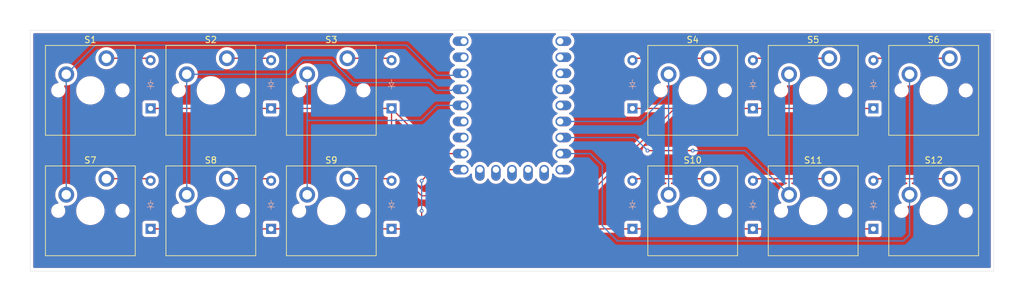
<source format=kicad_pcb>
(kicad_pcb (version 20240108) (generator "pcbnew") (generator_version "8.0")
  (layers (0 "F.Cu" signal) (31 "B.Cu" signal) (34 "B.Paste" user) (35 "F.Paste" user) (36 "B.SilkS" user "B.Silkscreen") (37 "F.SilkS" user "F.Silkscreen") (38 "B.Mask" user) (39 "F.Mask" user) (44 "Edge.Cuts" user))
  (net 0 "")
  (net 1 "Row 0")
  (net 2 "Net-(D1-A)")
  (net 3 "Net-(D2-A)")
  (net 4 "Net-(D3-A)")
  (net 5 "Net-(D4-A)")
  (net 6 "Net-(D5-A)")
  (net 7 "Net-(D6-A)")
  (net 8 "Row 1")
  (net 9 "Net-(D7-A)")
  (net 10 "Net-(D8-A)")
  (net 11 "Net-(D9-A)")
  (net 12 "Net-(D10-A)")
  (net 13 "Net-(D11-A)")
  (net 14 "Net-(D12-A)")
  (net 15 "Col 0")
  (net 16 "Col 1")
  (net 17 "Col 2")
  (net 18 "Col 3")
  (net 19 "Col 4")
  (net 20 "Col 5")
  (footprint "ScottoKeebs_MX:MX_PCB_1.00u" (layer "F.Cu") (at 209.55 95.25)
    (property "Reference" "S12" (at 0 -8 0) (layer "F.SilkS"))
    (property "Value" "Keyswitch")
    (fp_line (start -7.1 -7.1) (end -7.1 7.1) (stroke (width 0.12)) (layer "F.SilkS"))
    (fp_line (start -7.1 7.1) (end 7.1 7.1) (stroke (width 0.12)) (layer "F.SilkS"))
    (fp_line (start 7.1 -7.1) (end -7.1 -7.1) (stroke (width 0.12)) (layer "F.SilkS"))
    (fp_line (start 7.1 7.1) (end 7.1 -7.1) (stroke (width 0.12)) (layer "F.SilkS"))
    (pad "" np_thru_hole circle (at -5.08 0) (size 1.75 1.75) (drill 1.75) (layers "*.Cu" "*.Mask"))
    (pad "" np_thru_hole circle (at 0 0) (size 4 4) (drill 4) (layers "*.Cu" "*.Mask"))
    (pad "" np_thru_hole circle (at 5.08 0) (size 1.75 1.75) (drill 1.75) (layers "*.Cu" "*.Mask"))
    (pad "1" thru_hole circle (at -3.81 -2.54) (size 2.5 2.5) (drill 1.5) (layers "*.Cu" "*.Mask") (net 20 "Col 5"))
    (pad "2" thru_hole circle (at 2.54 -5.08) (size 2.5 2.5) (drill 1.5) (layers "*.Cu" "*.Mask") (net 14 "Net-(D12-A)"))
  )
  (footprint "ScottoKeebs_MX:MX_PCB_1.00u" (layer "F.Cu") (at 76.2 95.25)
    (property "Reference" "S7" (at 0 -8 0) (layer "F.SilkS"))
    (property "Value" "Keyswitch")
    (fp_line (start -7.1 -7.1) (end -7.1 7.1) (stroke (width 0.12)) (layer "F.SilkS"))
    (fp_line (start -7.1 7.1) (end 7.1 7.1) (stroke (width 0.12)) (layer "F.SilkS"))
    (fp_line (start 7.1 -7.1) (end -7.1 -7.1) (stroke (width 0.12)) (layer "F.SilkS"))
    (fp_line (start 7.1 7.1) (end 7.1 -7.1) (stroke (width 0.12)) (layer "F.SilkS"))
    (pad "" np_thru_hole circle (at -5.08 0) (size 1.75 1.75) (drill 1.75) (layers "*.Cu" "*.Mask"))
    (pad "" np_thru_hole circle (at 0 0) (size 4 4) (drill 4) (layers "*.Cu" "*.Mask"))
    (pad "" np_thru_hole circle (at 5.08 0) (size 1.75 1.75) (drill 1.75) (layers "*.Cu" "*.Mask"))
    (pad "1" thru_hole circle (at -3.81 -2.54) (size 2.5 2.5) (drill 1.5) (layers "*.Cu" "*.Mask") (net 15 "Col 0"))
    (pad "2" thru_hole circle (at 2.54 -5.08) (size 2.5 2.5) (drill 1.5) (layers "*.Cu" "*.Mask") (net 9 "Net-(D7-A)"))
  )
  (footprint "ScottoKeebs_MX:MX_PCB_1.00u" (layer "F.Cu") (at 190.5 76.2)
    (property "Reference" "S5" (at 0 -8 0) (layer "F.SilkS"))
    (property "Value" "Keyswitch")
    (fp_line (start -7.1 -7.1) (end -7.1 7.1) (stroke (width 0.12)) (layer "F.SilkS"))
    (fp_line (start -7.1 7.1) (end 7.1 7.1) (stroke (width 0.12)) (layer "F.SilkS"))
    (fp_line (start 7.1 -7.1) (end -7.1 -7.1) (stroke (width 0.12)) (layer "F.SilkS"))
    (fp_line (start 7.1 7.1) (end 7.1 -7.1) (stroke (width 0.12)) (layer "F.SilkS"))
    (pad "" np_thru_hole circle (at -5.08 0) (size 1.75 1.75) (drill 1.75) (layers "*.Cu" "*.Mask"))
    (pad "" np_thru_hole circle (at 0 0) (size 4 4) (drill 4) (layers "*.Cu" "*.Mask"))
    (pad "" np_thru_hole circle (at 5.08 0) (size 1.75 1.75) (drill 1.75) (layers "*.Cu" "*.Mask"))
    (pad "1" thru_hole circle (at -3.81 -2.54) (size 2.5 2.5) (drill 1.5) (layers "*.Cu" "*.Mask") (net 19 "Col 4"))
    (pad "2" thru_hole circle (at 2.54 -5.08) (size 2.5 2.5) (drill 1.5) (layers "*.Cu" "*.Mask") (net 6 "Net-(D5-A)"))
  )
  (footprint "ScottoKeebs_MX:MX_PCB_1.00u" (layer "F.Cu") (at 209.55 76.2)
    (property "Reference" "S6" (at 0 -8 0) (layer "F.SilkS"))
    (property "Value" "Keyswitch")
    (fp_line (start -7.1 -7.1) (end -7.1 7.1) (stroke (width 0.12)) (layer "F.SilkS"))
    (fp_line (start -7.1 7.1) (end 7.1 7.1) (stroke (width 0.12)) (layer "F.SilkS"))
    (fp_line (start 7.1 -7.1) (end -7.1 -7.1) (stroke (width 0.12)) (layer "F.SilkS"))
    (fp_line (start 7.1 7.1) (end 7.1 -7.1) (stroke (width 0.12)) (layer "F.SilkS"))
    (pad "" np_thru_hole circle (at -5.08 0) (size 1.75 1.75) (drill 1.75) (layers "*.Cu" "*.Mask"))
    (pad "" np_thru_hole circle (at 0 0) (size 4 4) (drill 4) (layers "*.Cu" "*.Mask"))
    (pad "" np_thru_hole circle (at 5.08 0) (size 1.75 1.75) (drill 1.75) (layers "*.Cu" "*.Mask"))
    (pad "1" thru_hole circle (at -3.81 -2.54) (size 2.5 2.5) (drill 1.5) (layers "*.Cu" "*.Mask") (net 20 "Col 5"))
    (pad "2" thru_hole circle (at 2.54 -5.08) (size 2.5 2.5) (drill 1.5) (layers "*.Cu" "*.Mask") (net 7 "Net-(D6-A)"))
  )
  (footprint "ScottoKeebs_MX:MX_PCB_1.00u" (layer "F.Cu") (at 95.25 95.25)
    (property "Reference" "S8" (at 0 -8 0) (layer "F.SilkS"))
    (property "Value" "Keyswitch")
    (fp_line (start -7.1 -7.1) (end -7.1 7.1) (stroke (width 0.12)) (layer "F.SilkS"))
    (fp_line (start -7.1 7.1) (end 7.1 7.1) (stroke (width 0.12)) (layer "F.SilkS"))
    (fp_line (start 7.1 -7.1) (end -7.1 -7.1) (stroke (width 0.12)) (layer "F.SilkS"))
    (fp_line (start 7.1 7.1) (end 7.1 -7.1) (stroke (width 0.12)) (layer "F.SilkS"))
    (pad "" np_thru_hole circle (at -5.08 0) (size 1.75 1.75) (drill 1.75) (layers "*.Cu" "*.Mask"))
    (pad "" np_thru_hole circle (at 0 0) (size 4 4) (drill 4) (layers "*.Cu" "*.Mask"))
    (pad "" np_thru_hole circle (at 5.08 0) (size 1.75 1.75) (drill 1.75) (layers "*.Cu" "*.Mask"))
    (pad "1" thru_hole circle (at -3.81 -2.54) (size 2.5 2.5) (drill 1.5) (layers "*.Cu" "*.Mask") (net 16 "Col 1"))
    (pad "2" thru_hole circle (at 2.54 -5.08) (size 2.5 2.5) (drill 1.5) (layers "*.Cu" "*.Mask") (net 10 "Net-(D8-A)"))
  )
  (footprint "ScottoKeebs_MX:MX_PCB_1.00u" (layer "F.Cu") (at 76.2 76.2)
    (property "Reference" "S1" (at 0 -8 0) (layer "F.SilkS"))
    (property "Value" "Keyswitch")
    (fp_line (start -7.1 -7.1) (end -7.1 7.1) (stroke (width 0.12)) (layer "F.SilkS"))
    (fp_line (start -7.1 7.1) (end 7.1 7.1) (stroke (width 0.12)) (layer "F.SilkS"))
    (fp_line (start 7.1 -7.1) (end -7.1 -7.1) (stroke (width 0.12)) (layer "F.SilkS"))
    (fp_line (start 7.1 7.1) (end 7.1 -7.1) (stroke (width 0.12)) (layer "F.SilkS"))
    (pad "" np_thru_hole circle (at -5.08 0) (size 1.75 1.75) (drill 1.75) (layers "*.Cu" "*.Mask"))
    (pad "" np_thru_hole circle (at 0 0) (size 4 4) (drill 4) (layers "*.Cu" "*.Mask"))
    (pad "" np_thru_hole circle (at 5.08 0) (size 1.75 1.75) (drill 1.75) (layers "*.Cu" "*.Mask"))
    (pad "1" thru_hole circle (at -3.81 -2.54) (size 2.5 2.5) (drill 1.5) (layers "*.Cu" "*.Mask") (net 15 "Col 0"))
    (pad "2" thru_hole circle (at 2.54 -5.08) (size 2.5 2.5) (drill 1.5) (layers "*.Cu" "*.Mask") (net 2 "Net-(D1-A)"))
  )
  (footprint "ScottoKeebs_MX:MX_PCB_1.00u" (layer "F.Cu") (at 171.45 76.2)
    (property "Reference" "S4" (at 0 -8 0) (layer "F.SilkS"))
    (property "Value" "Keyswitch")
    (fp_line (start -7.1 -7.1) (end -7.1 7.1) (stroke (width 0.12)) (layer "F.SilkS"))
    (fp_line (start -7.1 7.1) (end 7.1 7.1) (stroke (width 0.12)) (layer "F.SilkS"))
    (fp_line (start 7.1 -7.1) (end -7.1 -7.1) (stroke (width 0.12)) (layer "F.SilkS"))
    (fp_line (start 7.1 7.1) (end 7.1 -7.1) (stroke (width 0.12)) (layer "F.SilkS"))
    (pad "" np_thru_hole circle (at -5.08 0) (size 1.75 1.75) (drill 1.75) (layers "*.Cu" "*.Mask"))
    (pad "" np_thru_hole circle (at 0 0) (size 4 4) (drill 4) (layers "*.Cu" "*.Mask"))
    (pad "" np_thru_hole circle (at 5.08 0) (size 1.75 1.75) (drill 1.75) (layers "*.Cu" "*.Mask"))
    (pad "1" thru_hole circle (at -3.81 -2.54) (size 2.5 2.5) (drill 1.5) (layers "*.Cu" "*.Mask") (net 18 "Col 3"))
    (pad "2" thru_hole circle (at 2.54 -5.08) (size 2.5 2.5) (drill 1.5) (layers "*.Cu" "*.Mask") (net 5 "Net-(D4-A)"))
  )
  (footprint "ScottoKeebs_MX:MX_PCB_1.00u" (layer "F.Cu") (at 114.3 95.25)
    (property "Reference" "S9" (at 0 -8 0) (layer "F.SilkS"))
    (property "Value" "Keyswitch")
    (fp_line (start -7.1 -7.1) (end -7.1 7.1) (stroke (width 0.12)) (layer "F.SilkS"))
    (fp_line (start -7.1 7.1) (end 7.1 7.1) (stroke (width 0.12)) (layer "F.SilkS"))
    (fp_line (start 7.1 -7.1) (end -7.1 -7.1) (stroke (width 0.12)) (layer "F.SilkS"))
    (fp_line (start 7.1 7.1) (end 7.1 -7.1) (stroke (width 0.12)) (layer "F.SilkS"))
    (pad "" np_thru_hole circle (at -5.08 0) (size 1.75 1.75) (drill 1.75) (layers "*.Cu" "*.Mask"))
    (pad "" np_thru_hole circle (at 0 0) (size 4 4) (drill 4) (layers "*.Cu" "*.Mask"))
    (pad "" np_thru_hole circle (at 5.08 0) (size 1.75 1.75) (drill 1.75) (layers "*.Cu" "*.Mask"))
    (pad "1" thru_hole circle (at -3.81 -2.54) (size 2.5 2.5) (drill 1.5) (layers "*.Cu" "*.Mask") (net 17 "Col 2"))
    (pad "2" thru_hole circle (at 2.54 -5.08) (size 2.5 2.5) (drill 1.5) (layers "*.Cu" "*.Mask") (net 11 "Net-(D9-A)"))
  )
  (footprint "ScottoKeebs_MX:MX_PCB_1.00u" (layer "F.Cu") (at 95.25 76.2)
    (property "Reference" "S2" (at 0 -8 0) (layer "F.SilkS"))
    (property "Value" "Keyswitch")
    (fp_line (start -7.1 -7.1) (end -7.1 7.1) (stroke (width 0.12)) (layer "F.SilkS"))
    (fp_line (start -7.1 7.1) (end 7.1 7.1) (stroke (width 0.12)) (layer "F.SilkS"))
    (fp_line (start 7.1 -7.1) (end -7.1 -7.1) (stroke (width 0.12)) (layer "F.SilkS"))
    (fp_line (start 7.1 7.1) (end 7.1 -7.1) (stroke (width 0.12)) (layer "F.SilkS"))
    (pad "" np_thru_hole circle (at -5.08 0) (size 1.75 1.75) (drill 1.75) (layers "*.Cu" "*.Mask"))
    (pad "" np_thru_hole circle (at 0 0) (size 4 4) (drill 4) (layers "*.Cu" "*.Mask"))
    (pad "" np_thru_hole circle (at 5.08 0) (size 1.75 1.75) (drill 1.75) (layers "*.Cu" "*.Mask"))
    (pad "1" thru_hole circle (at -3.81 -2.54) (size 2.5 2.5) (drill 1.5) (layers "*.Cu" "*.Mask") (net 16 "Col 1"))
    (pad "2" thru_hole circle (at 2.54 -5.08) (size 2.5 2.5) (drill 1.5) (layers "*.Cu" "*.Mask") (net 3 "Net-(D2-A)"))
  )
  (footprint "ScottoKeebs_MX:MX_PCB_1.00u" (layer "F.Cu") (at 171.45 95.25)
    (property "Reference" "S10" (at 0 -8 0) (layer "F.SilkS"))
    (property "Value" "Keyswitch")
    (fp_line (start -7.1 -7.1) (end -7.1 7.1) (stroke (width 0.12)) (layer "F.SilkS"))
    (fp_line (start -7.1 7.1) (end 7.1 7.1) (stroke (width 0.12)) (layer "F.SilkS"))
    (fp_line (start 7.1 -7.1) (end -7.1 -7.1) (stroke (width 0.12)) (layer "F.SilkS"))
    (fp_line (start 7.1 7.1) (end 7.1 -7.1) (stroke (width 0.12)) (layer "F.SilkS"))
    (pad "" np_thru_hole circle (at -5.08 0) (size 1.75 1.75) (drill 1.75) (layers "*.Cu" "*.Mask"))
    (pad "" np_thru_hole circle (at 0 0) (size 4 4) (drill 4) (layers "*.Cu" "*.Mask"))
    (pad "" np_thru_hole circle (at 5.08 0) (size 1.75 1.75) (drill 1.75) (layers "*.Cu" "*.Mask"))
    (pad "1" thru_hole circle (at -3.81 -2.54) (size 2.5 2.5) (drill 1.5) (layers "*.Cu" "*.Mask") (net 18 "Col 3"))
    (pad "2" thru_hole circle (at 2.54 -5.08) (size 2.5 2.5) (drill 1.5) (layers "*.Cu" "*.Mask") (net 12 "Net-(D10-A)"))
  )
  (footprint "ScottoKeebs_MX:MX_PCB_1.00u" (layer "F.Cu") (at 190.5 95.25)
    (property "Reference" "S11" (at 0 -8 0) (layer "F.SilkS"))
    (property "Value" "Keyswitch")
    (fp_line (start -7.1 -7.1) (end -7.1 7.1) (stroke (width 0.12)) (layer "F.SilkS"))
    (fp_line (start -7.1 7.1) (end 7.1 7.1) (stroke (width 0.12)) (layer "F.SilkS"))
    (fp_line (start 7.1 -7.1) (end -7.1 -7.1) (stroke (width 0.12)) (layer "F.SilkS"))
    (fp_line (start 7.1 7.1) (end 7.1 -7.1) (stroke (width 0.12)) (layer "F.SilkS"))
    (pad "" np_thru_hole circle (at -5.08 0) (size 1.75 1.75) (drill 1.75) (layers "*.Cu" "*.Mask"))
    (pad "" np_thru_hole circle (at 0 0) (size 4 4) (drill 4) (layers "*.Cu" "*.Mask"))
    (pad "" np_thru_hole circle (at 5.08 0) (size 1.75 1.75) (drill 1.75) (layers "*.Cu" "*.Mask"))
    (pad "1" thru_hole circle (at -3.81 -2.54) (size 2.5 2.5) (drill 1.5) (layers "*.Cu" "*.Mask") (net 19 "Col 4"))
    (pad "2" thru_hole circle (at 2.54 -5.08) (size 2.5 2.5) (drill 1.5) (layers "*.Cu" "*.Mask") (net 13 "Net-(D11-A)"))
  )
  (footprint "ScottoKeebs_MX:MX_PCB_1.00u" (layer "F.Cu") (at 114.3 76.2)
    (property "Reference" "S3" (at 0 -8 0) (layer "F.SilkS"))
    (property "Value" "Keyswitch")
    (fp_line (start -7.1 -7.1) (end -7.1 7.1) (stroke (width 0.12)) (layer "F.SilkS"))
    (fp_line (start -7.1 7.1) (end 7.1 7.1) (stroke (width 0.12)) (layer "F.SilkS"))
    (fp_line (start 7.1 -7.1) (end -7.1 -7.1) (stroke (width 0.12)) (layer "F.SilkS"))
    (fp_line (start 7.1 7.1) (end 7.1 -7.1) (stroke (width 0.12)) (layer "F.SilkS"))
    (pad "" np_thru_hole circle (at -5.08 0) (size 1.75 1.75) (drill 1.75) (layers "*.Cu" "*.Mask"))
    (pad "" np_thru_hole circle (at 0 0) (size 4 4) (drill 4) (layers "*.Cu" "*.Mask"))
    (pad "" np_thru_hole circle (at 5.08 0) (size 1.75 1.75) (drill 1.75) (layers "*.Cu" "*.Mask"))
    (pad "1" thru_hole circle (at -3.81 -2.54) (size 2.5 2.5) (drill 1.5) (layers "*.Cu" "*.Mask") (net 17 "Col 2"))
    (pad "2" thru_hole circle (at 2.54 -5.08) (size 2.5 2.5) (drill 1.5) (layers "*.Cu" "*.Mask") (net 4 "Net-(D3-A)"))
  )
  (footprint "ScottoKeebs_Components:Diode_DO-35" (layer "B.Cu") (at 200.025 79.0575 90)
    (property "Reference" "D6" (hide yes))
    (property "Value" "Diode" (hide yes))
    (fp_line (start 3.46 -0.55) (end 3.46 0.55) (stroke (width 0.1)) (layer "B.SilkS"))
    (fp_line (start 4.06 -0.4) (end 4.06 0.4) (stroke (width 0.1)) (layer "B.SilkS"))
    (fp_line (start 4.56 0) (end 4.06 0) (stroke (width 0.1)) (layer "B.SilkS"))
    (fp_line (start 3.46 0) (end 4.06 -0.4) (stroke (width 0.1)) (layer "B.SilkS"))
    (fp_line (start 3.46 0) (end 3.06 0) (stroke (width 0.1)) (layer "B.SilkS"))
    (fp_line (start 4.06 0.4) (end 3.46 0) (stroke (width 0.1)) (layer "B.SilkS"))
    (pad "1" thru_hole rect (at 0 0 90) (size 1.6 1.6) (drill 0.8) (layers "*.Cu" "*.Mask") (net 1 "Row 0"))
    (pad "2" thru_hole oval (at 7.62 0 90) (size 1.6 1.6) (drill 0.8) (layers "*.Cu" "*.Mask") (net 7 "Net-(D6-A)"))
  )
  (footprint "ScottoKeebs_Components:Diode_DO-35" (layer "B.Cu") (at 200.025 98.1075 90)
    (property "Reference" "D12" (hide yes))
    (property "Value" "Diode" (hide yes))
    (fp_line (start 3.46 -0.55) (end 3.46 0.55) (stroke (width 0.1)) (layer "B.SilkS"))
    (fp_line (start 4.06 -0.4) (end 4.06 0.4) (stroke (width 0.1)) (layer "B.SilkS"))
    (fp_line (start 4.56 0) (end 4.06 0) (stroke (width 0.1)) (layer "B.SilkS"))
    (fp_line (start 3.46 0) (end 4.06 -0.4) (stroke (width 0.1)) (layer "B.SilkS"))
    (fp_line (start 3.46 0) (end 3.06 0) (stroke (width 0.1)) (layer "B.SilkS"))
    (fp_line (start 4.06 0.4) (end 3.46 0) (stroke (width 0.1)) (layer "B.SilkS"))
    (pad "1" thru_hole rect (at 0 0 90) (size 1.6 1.6) (drill 0.8) (layers "*.Cu" "*.Mask") (net 8 "Row 1"))
    (pad "2" thru_hole oval (at 7.62 0 90) (size 1.6 1.6) (drill 0.8) (layers "*.Cu" "*.Mask") (net 14 "Net-(D12-A)"))
  )
  (footprint "ScottoKeebs_Components:Diode_DO-35" (layer "B.Cu") (at 85.725 98.1075 90)
    (property "Reference" "D7" (hide yes))
    (property "Value" "Diode" (hide yes))
    (fp_line (start 3.46 -0.55) (end 3.46 0.55) (stroke (width 0.1)) (layer "B.SilkS"))
    (fp_line (start 4.06 -0.4) (end 4.06 0.4) (stroke (width 0.1)) (layer "B.SilkS"))
    (fp_line (start 4.56 0) (end 4.06 0) (stroke (width 0.1)) (layer "B.SilkS"))
    (fp_line (start 3.46 0) (end 4.06 -0.4) (stroke (width 0.1)) (layer "B.SilkS"))
    (fp_line (start 3.46 0) (end 3.06 0) (stroke (width 0.1)) (layer "B.SilkS"))
    (fp_line (start 4.06 0.4) (end 3.46 0) (stroke (width 0.1)) (layer "B.SilkS"))
    (pad "1" thru_hole rect (at 0 0 90) (size 1.6 1.6) (drill 0.8) (layers "*.Cu" "*.Mask") (net 8 "Row 1"))
    (pad "2" thru_hole oval (at 7.62 0 90) (size 1.6 1.6) (drill 0.8) (layers "*.Cu" "*.Mask") (net 9 "Net-(D7-A)"))
  )
  (footprint "ScottoKeebs_Components:Diode_DO-35" (layer "B.Cu") (at 180.975 79.0575 90)
    (property "Reference" "D5" (hide yes))
    (property "Value" "Diode" (hide yes))
    (fp_line (start 3.46 -0.55) (end 3.46 0.55) (stroke (width 0.1)) (layer "B.SilkS"))
    (fp_line (start 4.06 -0.4) (end 4.06 0.4) (stroke (width 0.1)) (layer "B.SilkS"))
    (fp_line (start 4.56 0) (end 4.06 0) (stroke (width 0.1)) (layer "B.SilkS"))
    (fp_line (start 3.46 0) (end 4.06 -0.4) (stroke (width 0.1)) (layer "B.SilkS"))
    (fp_line (start 3.46 0) (end 3.06 0) (stroke (width 0.1)) (layer "B.SilkS"))
    (fp_line (start 4.06 0.4) (end 3.46 0) (stroke (width 0.1)) (layer "B.SilkS"))
    (pad "1" thru_hole rect (at 0 0 90) (size 1.6 1.6) (drill 0.8) (layers "*.Cu" "*.Mask") (net 1 "Row 0"))
    (pad "2" thru_hole oval (at 7.62 0 90) (size 1.6 1.6) (drill 0.8) (layers "*.Cu" "*.Mask") (net 6 "Net-(D5-A)"))
  )
  (footprint "ScottoKeebs_Components:Diode_DO-35" (layer "B.Cu") (at 85.725 79.0575 90)
    (property "Reference" "D1" (hide yes))
    (property "Value" "Diode" (hide yes))
    (fp_line (start 3.46 -0.55) (end 3.46 0.55) (stroke (width 0.1)) (layer "B.SilkS"))
    (fp_line (start 4.06 -0.4) (end 4.06 0.4) (stroke (width 0.1)) (layer "B.SilkS"))
    (fp_line (start 4.56 0) (end 4.06 0) (stroke (width 0.1)) (layer "B.SilkS"))
    (fp_line (start 3.46 0) (end 4.06 -0.4) (stroke (width 0.1)) (layer "B.SilkS"))
    (fp_line (start 3.46 0) (end 3.06 0) (stroke (width 0.1)) (layer "B.SilkS"))
    (fp_line (start 4.06 0.4) (end 3.46 0) (stroke (width 0.1)) (layer "B.SilkS"))
    (pad "1" thru_hole rect (at 0 0 90) (size 1.6 1.6) (drill 0.8) (layers "*.Cu" "*.Mask") (net 1 "Row 0"))
    (pad "2" thru_hole oval (at 7.62 0 90) (size 1.6 1.6) (drill 0.8) (layers "*.Cu" "*.Mask") (net 2 "Net-(D1-A)"))
  )
  (footprint "ScottoKeebs_Components:Diode_DO-35" (layer "B.Cu") (at 180.975 98.1075 90)
    (property "Reference" "D11" (hide yes))
    (property "Value" "Diode" (hide yes))
    (fp_line (start 3.46 -0.55) (end 3.46 0.55) (stroke (width 0.1)) (layer "B.SilkS"))
    (fp_line (start 4.06 -0.4) (end 4.06 0.4) (stroke (width 0.1)) (layer "B.SilkS"))
    (fp_line (start 4.56 0) (end 4.06 0) (stroke (width 0.1)) (layer "B.SilkS"))
    (fp_line (start 3.46 0) (end 4.06 -0.4) (stroke (width 0.1)) (layer "B.SilkS"))
    (fp_line (start 3.46 0) (end 3.06 0) (stroke (width 0.1)) (layer "B.SilkS"))
    (fp_line (start 4.06 0.4) (end 3.46 0) (stroke (width 0.1)) (layer "B.SilkS"))
    (pad "1" thru_hole rect (at 0 0 90) (size 1.6 1.6) (drill 0.8) (layers "*.Cu" "*.Mask") (net 8 "Row 1"))
    (pad "2" thru_hole oval (at 7.62 0 90) (size 1.6 1.6) (drill 0.8) (layers "*.Cu" "*.Mask") (net 13 "Net-(D11-A)"))
  )
  (footprint "ScottoKeebs_Components:Diode_DO-35" (layer "B.Cu") (at 123.825 98.1075 90)
    (property "Reference" "D9" (hide yes))
    (property "Value" "Diode" (hide yes))
    (fp_line (start 3.46 -0.55) (end 3.46 0.55) (stroke (width 0.1)) (layer "B.SilkS"))
    (fp_line (start 4.06 -0.4) (end 4.06 0.4) (stroke (width 0.1)) (layer "B.SilkS"))
    (fp_line (start 4.56 0) (end 4.06 0) (stroke (width 0.1)) (layer "B.SilkS"))
    (fp_line (start 3.46 0) (end 4.06 -0.4) (stroke (width 0.1)) (layer "B.SilkS"))
    (fp_line (start 3.46 0) (end 3.06 0) (stroke (width 0.1)) (layer "B.SilkS"))
    (fp_line (start 4.06 0.4) (end 3.46 0) (stroke (width 0.1)) (layer "B.SilkS"))
    (pad "1" thru_hole rect (at 0 0 90) (size 1.6 1.6) (drill 0.8) (layers "*.Cu" "*.Mask") (net 8 "Row 1"))
    (pad "2" thru_hole oval (at 7.62 0 90) (size 1.6 1.6) (drill 0.8) (layers "*.Cu" "*.Mask") (net 11 "Net-(D9-A)"))
  )
  (footprint "ScottoKeebs_Components:Diode_DO-35" (layer "B.Cu") (at 161.925 79.0575 90)
    (property "Reference" "D4" (hide yes))
    (property "Value" "Diode" (hide yes))
    (fp_line (start 3.46 -0.55) (end 3.46 0.55) (stroke (width 0.1)) (layer "B.SilkS"))
    (fp_line (start 4.06 -0.4) (end 4.06 0.4) (stroke (width 0.1)) (layer "B.SilkS"))
    (fp_line (start 4.56 0) (end 4.06 0) (stroke (width 0.1)) (layer "B.SilkS"))
    (fp_line (start 3.46 0) (end 4.06 -0.4) (stroke (width 0.1)) (layer "B.SilkS"))
    (fp_line (start 3.46 0) (end 3.06 0) (stroke (width 0.1)) (layer "B.SilkS"))
    (fp_line (start 4.06 0.4) (end 3.46 0) (stroke (width 0.1)) (layer "B.SilkS"))
    (pad "1" thru_hole rect (at 0 0 90) (size 1.6 1.6) (drill 0.8) (layers "*.Cu" "*.Mask") (net 1 "Row 0"))
    (pad "2" thru_hole oval (at 7.62 0 90) (size 1.6 1.6) (drill 0.8) (layers "*.Cu" "*.Mask") (net 5 "Net-(D4-A)"))
  )
  (footprint "ScottoKeebs_Components:Diode_DO-35" (layer "B.Cu") (at 123.825 79.0575 90)
    (property "Reference" "D3" (hide yes))
    (property "Value" "Diode" (hide yes))
    (fp_line (start 3.46 -0.55) (end 3.46 0.55) (stroke (width 0.1)) (layer "B.SilkS"))
    (fp_line (start 4.06 -0.4) (end 4.06 0.4) (stroke (width 0.1)) (layer "B.SilkS"))
    (fp_line (start 4.56 0) (end 4.06 0) (stroke (width 0.1)) (layer "B.SilkS"))
    (fp_line (start 3.46 0) (end 4.06 -0.4) (stroke (width 0.1)) (layer "B.SilkS"))
    (fp_line (start 3.46 0) (end 3.06 0) (stroke (width 0.1)) (layer "B.SilkS"))
    (fp_line (start 4.06 0.4) (end 3.46 0) (stroke (width 0.1)) (layer "B.SilkS"))
    (pad "1" thru_hole rect (at 0 0 90) (size 1.6 1.6) (drill 0.8) (layers "*.Cu" "*.Mask") (net 1 "Row 0"))
    (pad "2" thru_hole oval (at 7.62 0 90) (size 1.6 1.6) (drill 0.8) (layers "*.Cu" "*.Mask") (net 4 "Net-(D3-A)"))
  )
  (footprint "ScottoKeebs_Components:Diode_DO-35" (layer "B.Cu") (at 104.775 98.1075 90)
    (property "Reference" "D8" (hide yes))
    (property "Value" "Diode" (hide yes))
    (fp_line (start 3.46 -0.55) (end 3.46 0.55) (stroke (width 0.1)) (layer "B.SilkS"))
    (fp_line (start 4.06 -0.4) (end 4.06 0.4) (stroke (width 0.1)) (layer "B.SilkS"))
    (fp_line (start 4.56 0) (end 4.06 0) (stroke (width 0.1)) (layer "B.SilkS"))
    (fp_line (start 3.46 0) (end 4.06 -0.4) (stroke (width 0.1)) (layer "B.SilkS"))
    (fp_line (start 3.46 0) (end 3.06 0) (stroke (width 0.1)) (layer "B.SilkS"))
    (fp_line (start 4.06 0.4) (end 3.46 0) (stroke (width 0.1)) (layer "B.SilkS"))
    (pad "1" thru_hole rect (at 0 0 90) (size 1.6 1.6) (drill 0.8) (layers "*.Cu" "*.Mask") (net 8 "Row 1"))
    (pad "2" thru_hole oval (at 7.62 0 90) (size 1.6 1.6) (drill 0.8) (layers "*.Cu" "*.Mask") (net 10 "Net-(D8-A)"))
  )
  (footprint "ScottoKeebs_Components:Diode_DO-35" (layer "B.Cu") (at 161.925 98.1075 90)
    (property "Reference" "D10" (hide yes))
    (property "Value" "Diode" (hide yes))
    (fp_line (start 3.46 -0.55) (end 3.46 0.55) (stroke (width 0.1)) (layer "B.SilkS"))
    (fp_line (start 4.06 -0.4) (end 4.06 0.4) (stroke (width 0.1)) (layer "B.SilkS"))
    (fp_line (start 4.56 0) (end 4.06 0) (stroke (width 0.1)) (layer "B.SilkS"))
    (fp_line (start 3.46 0) (end 4.06 -0.4) (stroke (width 0.1)) (layer "B.SilkS"))
    (fp_line (start 3.46 0) (end 3.06 0) (stroke (width 0.1)) (layer "B.SilkS"))
    (fp_line (start 4.06 0.4) (end 3.46 0) (stroke (width 0.1)) (layer "B.SilkS"))
    (pad "1" thru_hole rect (at 0 0 90) (size 1.6 1.6) (drill 0.8) (layers "*.Cu" "*.Mask") (net 8 "Row 1"))
    (pad "2" thru_hole oval (at 7.62 0 90) (size 1.6 1.6) (drill 0.8) (layers "*.Cu" "*.Mask") (net 12 "Net-(D10-A)"))
  )
  (footprint "ScottoKeebs_Components:Diode_DO-35" (layer "B.Cu") (at 104.775 79.0575 90)
    (property "Reference" "D2" (hide yes))
    (property "Value" "Diode" (hide yes))
    (fp_line (start 3.46 -0.55) (end 3.46 0.55) (stroke (width 0.1)) (layer "B.SilkS"))
    (fp_line (start 4.06 -0.4) (end 4.06 0.4) (stroke (width 0.1)) (layer "B.SilkS"))
    (fp_line (start 4.56 0) (end 4.06 0) (stroke (width 0.1)) (layer "B.SilkS"))
    (fp_line (start 3.46 0) (end 4.06 -0.4) (stroke (width 0.1)) (layer "B.SilkS"))
    (fp_line (start 3.46 0) (end 3.06 0) (stroke (width 0.1)) (layer "B.SilkS"))
    (fp_line (start 4.06 0.4) (end 3.46 0) (stroke (width 0.1)) (layer "B.SilkS"))
    (pad "1" thru_hole rect (at 0 0 90) (size 1.6 1.6) (drill 0.8) (layers "*.Cu" "*.Mask") (net 1 "Row 0"))
    (pad "2" thru_hole oval (at 7.62 0 90) (size 1.6 1.6) (drill 0.8) (layers "*.Cu" "*.Mask") (net 3 "Net-(D2-A)"))
  )
  (footprint "ScottoKeebs_MCU:RP2040_Zero" (layer "B.Cu") (at 142.875 78.58125 180)
    (property "Reference" "U1" (hide yes))
    (property "Value" "RP2040_Zero" (hide yes))
    (pad "1" thru_hole oval (at 7.62 10.16) (size 2.5 1.5) (drill 1 (offset -0.5 0)) (layers "*.Cu" "*.Mask"))
    (pad "2" thru_hole oval (at 7.62 7.62) (size 2.5 1.5) (drill 1 (offset -0.5 0)) (layers "*.Cu" "*.Mask"))
    (pad "3" thru_hole oval (at 7.62 5.08) (size 2.5 1.5) (drill 1 (offset -0.5 0)) (layers "*.Cu" "*.Mask") (net 15 "Col 0"))
    (pad "4" thru_hole oval (at 7.62 2.54) (size 2.5 1.5) (drill 1 (offset -0.5 0)) (layers "*.Cu" "*.Mask") (net 16 "Col 1"))
    (pad "5" thru_hole oval (at 7.62 0) (size 2.5 1.5) (drill 1 (offset -0.5 0)) (layers "*.Cu" "*.Mask") (net 17 "Col 2"))
    (pad "6" thru_hole oval (at 7.62 -2.54) (size 2.5 1.5) (drill 1 (offset -0.5 0)) (layers "*.Cu" "*.Mask"))
    (pad "7" thru_hole oval (at 7.62 -5.08) (size 2.5 1.5) (drill 1 (offset -0.5 0)) (layers "*.Cu" "*.Mask"))
    (pad "8" thru_hole oval (at 7.62 -7.62) (size 2.5 1.5) (drill 1 (offset -0.5 0)) (layers "*.Cu" "*.Mask") (net 1 "Row 0"))
    (pad "9" thru_hole oval (at 7.62 -10.16) (size 2.5 1.5) (drill 1 (offset -0.5 0)) (layers "*.Cu" "*.Mask") (net 8 "Row 1"))
    (pad "10" thru_hole oval (at 5.08 -10.16 90) (size 2.5 1.5) (drill 1 (offset -0.5 0)) (layers "*.Cu" "*.Mask"))
    (pad "11" thru_hole oval (at 2.54 -10.16 90) (size 2.5 1.5) (drill 1 (offset -0.5 0)) (layers "*.Cu" "*.Mask"))
    (pad "12" thru_hole oval (at 0 -10.16 90) (size 2.5 1.5) (drill 1 (offset -0.5 0)) (layers "*.Cu" "*.Mask"))
    (pad "13" thru_hole oval (at -2.54 -10.16 90) (size 2.5 1.5) (drill 1 (offset -0.5 0)) (layers "*.Cu" "*.Mask"))
    (pad "14" thru_hole oval (at -5.08 -10.16 90) (size 2.5 1.5) (drill 1 (offset -0.5 0)) (layers "*.Cu" "*.Mask"))
    (pad "15" thru_hole oval (at -7.62 -10.16 180) (size 2.5 1.5) (drill 1 (offset -0.5 0)) (layers "*.Cu" "*.Mask"))
    (pad "16" thru_hole oval (at -7.62 -7.62 180) (size 2.5 1.5) (drill 1 (offset -0.5 0)) (layers "*.Cu" "*.Mask") (net 20 "Col 5"))
    (pad "17" thru_hole oval (at -7.62 -5.08 180) (size 2.5 1.5) (drill 1 (offset -0.5 0)) (layers "*.Cu" "*.Mask") (net 19 "Col 4"))
    (pad "18" thru_hole oval (at -7.62 -2.54 180) (size 2.5 1.5) (drill 1 (offset -0.5 0)) (layers "*.Cu" "*.Mask") (net 18 "Col 3"))
    (pad "19" thru_hole oval (at -7.62 0 180) (size 2.5 1.5) (drill 1 (offset -0.5 0)) (layers "*.Cu" "*.Mask"))
    (pad "20" thru_hole oval (at -7.62 2.54 180) (size 2.5 1.5) (drill 1 (offset -0.5 0)) (layers "*.Cu" "*.Mask"))
    (pad "21" thru_hole oval (at -7.62 5.08 180) (size 2.5 1.5) (drill 1 (offset -0.5 0)) (layers "*.Cu" "*.Mask"))
    (pad "22" thru_hole oval (at -7.62 7.62 180) (size 2.5 1.5) (drill 1 (offset -0.5 0)) (layers "*.Cu" "*.Mask"))
    (pad "23" thru_hole oval (at -7.62 10.16 180) (size 2.5 1.5) (drill 1 (offset -0.5 0)) (layers "*.Cu" "*.Mask"))
  )
  (gr_rect (start 66.675 66.675) (end 219.075 104.775) (stroke (width 0.05)) (fill none) (layer "Edge.Cuts"))
  (segment (start 126.20625 90.4875) (end 128.5875 92.86875) (width 0.2) (layer "F.Cu") (net 1))
  (segment (start 180.975 79.0575) (end 200.025 79.0575) (width 0.2) (layer "F.Cu") (net 1))
  (segment (start 123.825 79.0575) (end 123.825 83.34375) (width 0.2) (layer "F.Cu") (net 1))
  (segment (start 168.5925 79.0575) (end 161.925 79.0575) (width 0.2) (layer "F.Cu") (net 1))
  (segment (start 126.20625 85.725) (end 126.20625 90.4875) (width 0.2) (layer "F.Cu") (net 1))
  (segment (start 128.5875 92.86875) (end 154.78125 92.86875) (width 0.2) (layer "F.Cu") (net 1))
  (segment (start 130.96875 86.20125) (end 123.825 79.0575) (width 0.2) (layer "F.Cu") (net 1))
  (segment (start 154.78125 92.86875) (end 168.5925 79.0575) (width 0.2) (layer "F.Cu") (net 1))
  (segment (start 123.825 83.34375) (end 126.20625 85.725) (width 0.2) (layer "F.Cu") (net 1))
  (segment (start 104.775 79.0575) (end 123.825 79.0575) (width 0.2) (layer "F.Cu") (net 1))
  (segment (start 85.725 79.0575) (end 104.775 79.0575) (width 0.2) (layer "F.Cu") (net 1))
  (segment (start 135.255 86.20125) (end 130.96875 86.20125) (width 0.2) (layer "F.Cu") (net 1))
  (segment (start 168.5925 79.0575) (end 180.975 79.0575) (width 0.2) (layer "F.Cu") (net 1))
  (segment (start 85.4075 71.12) (end 85.725 71.4375) (width 0.2) (layer "F.Cu") (net 2))
  (segment (start 78.74 71.12) (end 85.4075 71.12) (width 0.2) (layer "F.Cu") (net 2))
  (segment (start 97.79 71.12) (end 104.4575 71.12) (width 0.2) (layer "F.Cu") (net 3))
  (segment (start 104.4575 71.12) (end 104.775 71.4375) (width 0.2) (layer "F.Cu") (net 3))
  (segment (start 123.5075 71.12) (end 123.825 71.4375) (width 0.2) (layer "F.Cu") (net 4))
  (segment (start 116.84 71.12) (end 123.5075 71.12) (width 0.2) (layer "F.Cu") (net 4))
  (segment (start 173.99 71.12) (end 162.2425 71.12) (width 0.2) (layer "F.Cu") (net 5))
  (segment (start 162.2425 71.12) (end 161.925 71.4375) (width 0.2) (layer "F.Cu") (net 5))
  (segment (start 181.2925 71.12) (end 180.975 71.4375) (width 0.2) (layer "F.Cu") (net 6))
  (segment (start 193.04 71.12) (end 181.2925 71.12) (width 0.2) (layer "F.Cu") (net 6))
  (segment (start 212.09 71.12) (end 200.3425 71.12) (width 0.2) (layer "F.Cu") (net 7))
  (segment (start 199.7075 71.12) (end 200.025 71.4375) (width 0.2) (layer "F.Cu") (net 7))
  (segment (start 200.3425 71.12) (end 200.025 71.4375) (width 0.2) (layer "F.Cu") (net 7))
  (segment (start 128.5875 98.1075) (end 180.975 98.1075) (width 0.2) (layer "F.Cu") (net 8))
  (segment (start 128.5875 98.1075) (end 128.5875 95.25) (width 0.2) (layer "F.Cu") (net 8))
  (segment (start 128.5875 90.4875) (end 130.33375 88.74125) (width 0.2) (layer "F.Cu") (net 8))
  (segment (start 123.825 98.1075) (end 128.5875 98.1075) (width 0.2) (layer "F.Cu") (net 8))
  (segment (start 180.975 98.1075) (end 200.025 98.1075) (width 0.2) (layer "F.Cu") (net 8))
  (segment (start 85.725 98.1075) (end 104.775 98.1075) (width 0.2) (layer "F.Cu") (net 8))
  (segment (start 104.775 98.1075) (end 123.825 98.1075) (width 0.2) (layer "F.Cu") (net 8))
  (segment (start 130.33375 88.74125) (end 135.255 88.74125) (width 0.2) (layer "F.Cu") (net 8))
  (via (at 128.5875 90.4875) (size 0.6) (drill 0.3) (layers "F.Cu" "B.Cu") (net 8))
  (via (at 128.5875 95.25) (size 0.6) (drill 0.3) (layers "F.Cu" "B.Cu") (net 8))
  (segment (start 128.5875 95.25) (end 128.5875 90.4875) (width 0.2) (layer "B.Cu") (net 8))
  (segment (start 78.74 90.17) (end 85.4075 90.17) (width 0.2) (layer "F.Cu") (net 9))
  (segment (start 85.4075 90.17) (end 85.725 90.4875) (width 0.2) (layer "F.Cu") (net 9))
  (segment (start 97.79 90.17) (end 104.4575 90.17) (width 0.2) (layer "F.Cu") (net 10))
  (segment (start 104.4575 90.17) (end 104.775 90.4875) (width 0.2) (layer "F.Cu") (net 10))
  (segment (start 116.84 90.17) (end 123.5075 90.17) (width 0.2) (layer "F.Cu") (net 11))
  (segment (start 123.5075 90.17) (end 123.825 90.4875) (width 0.2) (layer "F.Cu") (net 11))
  (segment (start 162.2425 90.17) (end 161.925 90.4875) (width 0.2) (layer "F.Cu") (net 12))
  (segment (start 173.99 90.17) (end 162.2425 90.17) (width 0.2) (layer "F.Cu") (net 12))
  (segment (start 180.6575 90.17) (end 180.975 90.4875) (width 0.2) (layer "F.Cu") (net 13))
  (segment (start 181.2925 90.17) (end 180.975 90.4875) (width 0.2) (layer "F.Cu") (net 13))
  (segment (start 193.04 90.17) (end 181.2925 90.17) (width 0.2) (layer "F.Cu") (net 13))
  (segment (start 212.09 90.17) (end 200.3425 90.17) (width 0.2) (layer "F.Cu") (net 14))
  (segment (start 200.3425 90.17) (end 200.025 90.4875) (width 0.2) (layer "F.Cu") (net 14))
  (segment (start 134.9375 73.81875) (end 135.255 73.50125) (width 0.2) (layer "B.Cu") (net 15))
  (segment (start 76.99375 69.05625) (end 126.20625 69.05625) (width 0.2) (layer "B.Cu") (net 15))
  (segment (start 72.39 73.66) (end 76.99375 69.05625) (width 0.2) (layer "B.Cu") (net 15))
  (segment (start 130.96875 73.81875) (end 134.9375 73.81875) (width 0.2) (layer "B.Cu") (net 15))
  (segment (start 126.20625 69.05625) (end 130.96875 73.81875) (width 0.2) (layer "B.Cu") (net 15))
  (segment (start 72.39 73.66) (end 72.39 92.71) (width 0.2) (layer "B.Cu") (net 15))
  (segment (start 91.44 73.66) (end 91.44 92.71) (width 0.2) (layer "B.Cu") (net 16))
  (segment (start 129.74375 74.975) (end 130.96875 76.2) (width 0.2) (layer "B.Cu") (net 16))
  (segment (start 109.847968 71.4375) (end 114.3 71.4375) (width 0.2) (layer "B.Cu") (net 16))
  (segment (start 117.8375 74.975) (end 129.74375 74.975) (width 0.2) (layer "B.Cu") (net 16))
  (segment (start 133.35 76.2) (end 133.50875 76.04125) (width 0.2) (layer "B.Cu") (net 16))
  (segment (start 91.44 73.66) (end 107.625468 73.66) (width 0.2) (layer "B.Cu") (net 16))
  (segment (start 114.3 71.4375) (end 117.8375 74.975) (width 0.2) (layer "B.Cu") (net 16))
  (segment (start 107.625468 73.66) (end 109.847968 71.4375) (width 0.2) (layer "B.Cu") (net 16))
  (segment (start 133.50875 76.04125) (end 135.255 76.04125) (width 0.2) (layer "B.Cu") (net 16))
  (segment (start 130.96875 76.2) (end 133.35 76.2) (width 0.2) (layer "B.Cu") (net 16))
  (segment (start 110.49 73.66) (end 110.49 80.9625) (width 0.2) (layer "B.Cu") (net 17))
  (segment (start 128.5875 80.9625) (end 130.96875 78.58125) (width 0.2) (layer "B.Cu") (net 17))
  (segment (start 130.96875 78.58125) (end 135.255 78.58125) (width 0.2) (layer "B.Cu") (net 17))
  (segment (start 110.49 80.9625) (end 128.5875 80.9625) (width 0.2) (layer "B.Cu") (net 17))
  (segment (start 110.49 80.9625) (end 110.49 92.71) (width 0.2) (layer "B.Cu") (net 17))
  (segment (start 167.64 76.662412) (end 163.181162 81.12125) (width 0.2) (layer "B.Cu") (net 18))
  (segment (start 167.64 73.66) (end 167.64 92.71) (width 0.2) (layer "B.Cu") (net 18))
  (segment (start 163.181162 81.12125) (end 150.495 81.12125) (width 0.2) (layer "B.Cu") (net 18))
  (segment (start 167.64 73.66) (end 167.64 76.662412) (width 0.2) (layer "B.Cu") (net 18))
  (segment (start 171.45 85.725) (end 164.30625 85.725) (width 0.2) (layer "F.Cu") (net 19))
  (via (at 164.30625 85.725) (size 0.6) (drill 0.3) (layers "F.Cu" "B.Cu") (net 19))
  (via (at 171.45 85.725) (size 0.6) (drill 0.3) (layers "F.Cu" "B.Cu") (net 19))
  (segment (start 164.30625 85.725) (end 162.2425 83.66125) (width 0.2) (layer "B.Cu") (net 19))
  (segment (start 186.69 73.66) (end 186.69 92.71) (width 0.2) (layer "B.Cu") (net 19))
  (segment (start 162.2425 83.66125) (end 150.495 83.66125) (width 0.2) (layer "B.Cu") (net 19))
  (segment (start 186.69 92.71) (end 179.705 85.725) (width 0.2) (layer "B.Cu") (net 19))
  (segment (start 179.705 85.725) (end 171.45 85.725) (width 0.2) (layer "B.Cu") (net 19))
  (segment (start 205.74 73.66) (end 205.74 92.71) (width 0.2) (layer "B.Cu") (net 20))
  (segment (start 204.7875 100.0125) (end 159.54375 100.0125) (width 0.2) (layer "B.Cu") (net 20))
  (segment (start 205.74 92.71) (end 205.74 99.06) (width 0.2) (layer "B.Cu") (net 20))
  (segment (start 155.2575 86.20125) (end 150.495 86.20125) (width 0.2) (layer "B.Cu") (net 20))
  (segment (start 157.1625 97.63125) (end 157.1625 88.10625) (width 0.2) (layer "B.Cu") (net 20))
  (segment (start 157.1625 88.10625) (end 155.2575 86.20125) (width 0.2) (layer "B.Cu") (net 20))
  (segment (start 159.54375 100.0125) (end 157.1625 97.63125) (width 0.2) (layer "B.Cu") (net 20))
  (segment (start 205.74 99.06) (end 204.7875 100.0125) (width 0.2) (layer "B.Cu") (net 20))
  (zone (net 0) (net_name "") (layers "F&B.Cu") (connect_pads (clearance 0.5)) (min_thickness 0.25) (fill yes (thermal_gap 0.5) (thermal_bridge_width 0.5) (island_removal_mode 1) (island_area_min 10))
    (polygon (pts (xy 61.9125 61.9125) (xy 223.8375 61.9125) (xy 223.8375 109.5375) (xy 61.9125 109.5375)))
  )
)
</source>
